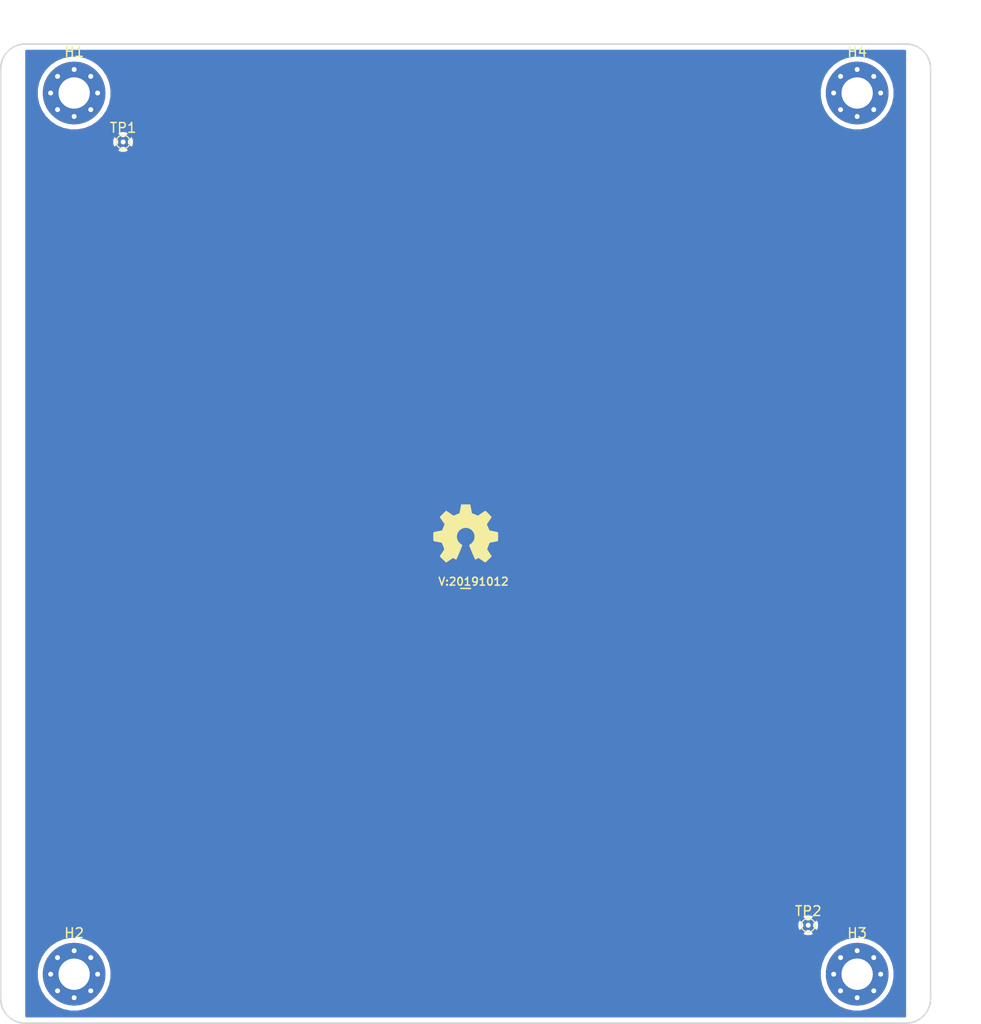
<source format=kicad_pcb>
(kicad_pcb (version 20171130) (host pcbnew 5.1.4-e60b266~84~ubuntu18.04.1)

  (general
    (thickness 1.6)
    (drawings 10)
    (tracks 0)
    (zones 0)
    (modules 8)
    (nets 2)
  )

  (page A4)
  (layers
    (0 F.Cu signal)
    (31 B.Cu signal)
    (32 B.Adhes user)
    (33 F.Adhes user)
    (34 B.Paste user)
    (35 F.Paste user)
    (36 B.SilkS user)
    (37 F.SilkS user)
    (38 B.Mask user)
    (39 F.Mask user)
    (40 Dwgs.User user)
    (41 Cmts.User user)
    (42 Eco1.User user)
    (43 Eco2.User user)
    (44 Edge.Cuts user)
    (45 Margin user)
    (46 B.CrtYd user)
    (47 F.CrtYd user)
    (48 B.Fab user)
    (49 F.Fab user)
  )

  (setup
    (last_trace_width 0.127)
    (user_trace_width 0.15)
    (user_trace_width 0.2)
    (user_trace_width 0.3)
    (user_trace_width 0.4)
    (user_trace_width 0.6)
    (user_trace_width 1)
    (user_trace_width 1.5)
    (user_trace_width 2)
    (trace_clearance 0.127)
    (zone_clearance 0.508)
    (zone_45_only no)
    (trace_min 0.127)
    (via_size 0.6)
    (via_drill 0.3)
    (via_min_size 0.6)
    (via_min_drill 0.3)
    (user_via 0.6 0.3)
    (user_via 0.65 0.4)
    (user_via 0.75 0.6)
    (user_via 0.95 0.8)
    (user_via 1.3 1)
    (user_via 1.5 1.2)
    (user_via 1.7 1.4)
    (user_via 1.9 1.6)
    (uvia_size 0.6)
    (uvia_drill 0.3)
    (uvias_allowed no)
    (uvia_min_size 0.381)
    (uvia_min_drill 0.254)
    (edge_width 0.15)
    (segment_width 0.2)
    (pcb_text_width 0.3)
    (pcb_text_size 1.5 1.5)
    (mod_edge_width 0.15)
    (mod_text_size 1 1)
    (mod_text_width 0.15)
    (pad_size 1.524 1.524)
    (pad_drill 0.762)
    (pad_to_mask_clearance 0.2)
    (aux_axis_origin 0 0)
    (visible_elements FFFFFF7F)
    (pcbplotparams
      (layerselection 0x00030_80000001)
      (usegerberextensions false)
      (usegerberattributes false)
      (usegerberadvancedattributes false)
      (creategerberjobfile false)
      (excludeedgelayer true)
      (linewidth 0.100000)
      (plotframeref false)
      (viasonmask false)
      (mode 1)
      (useauxorigin false)
      (hpglpennumber 1)
      (hpglpenspeed 20)
      (hpglpendiameter 15.000000)
      (psnegative false)
      (psa4output false)
      (plotreference true)
      (plotvalue true)
      (plotinvisibletext false)
      (padsonsilk false)
      (subtractmaskfromsilk false)
      (outputformat 1)
      (mirror false)
      (drillshape 1)
      (scaleselection 1)
      (outputdirectory ""))
  )

  (net 0 "")
  (net 1 /VSS)

  (net_class Default "This is the default net class."
    (clearance 0.127)
    (trace_width 0.127)
    (via_dia 0.6)
    (via_drill 0.3)
    (uvia_dia 0.6)
    (uvia_drill 0.3)
    (add_net /VSS)
  )

  (module TestPoint:TestPoint_THTPad_D1.0mm_Drill0.5mm (layer F.Cu) (tedit 5A0F774F) (tstamp 5DA18CF0)
    (at 185 140)
    (descr "THT pad as test Point, diameter 1.0mm, hole diameter 0.5mm")
    (tags "test point THT pad")
    (path /5DA18D93)
    (attr virtual)
    (fp_text reference TP2 (at 0 -1.448) (layer F.SilkS)
      (effects (font (size 1 1) (thickness 0.15)))
    )
    (fp_text value testpad (at 0 1.55) (layer F.Fab)
      (effects (font (size 1 1) (thickness 0.15)))
    )
    (fp_circle (center 0 0) (end 0 0.7) (layer F.SilkS) (width 0.12))
    (fp_circle (center 0 0) (end 1 0) (layer F.CrtYd) (width 0.05))
    (fp_text user %R (at 0 -1.45) (layer F.Fab)
      (effects (font (size 1 1) (thickness 0.15)))
    )
    (pad 1 thru_hole circle (at 0 0) (size 1 1) (drill 0.5) (layers *.Cu *.Mask)
      (net 1 /VSS))
  )

  (module TestPoint:TestPoint_THTPad_D1.0mm_Drill0.5mm (layer F.Cu) (tedit 5A0F774F) (tstamp 5DA0A566)
    (at 115 60)
    (descr "THT pad as test Point, diameter 1.0mm, hole diameter 0.5mm")
    (tags "test point THT pad")
    (path /5DA1D0F9)
    (attr virtual)
    (fp_text reference TP1 (at 0 -1.448) (layer F.SilkS)
      (effects (font (size 1 1) (thickness 0.15)))
    )
    (fp_text value testpad (at 0 1.55) (layer F.Fab)
      (effects (font (size 1 1) (thickness 0.15)))
    )
    (fp_circle (center 0 0) (end 0 0.7) (layer F.SilkS) (width 0.12))
    (fp_circle (center 0 0) (end 1 0) (layer F.CrtYd) (width 0.05))
    (fp_text user %R (at 0 -1.45) (layer F.Fab)
      (effects (font (size 1 1) (thickness 0.15)))
    )
    (pad 1 thru_hole circle (at 0 0) (size 1 1) (drill 0.5) (layers *.Cu *.Mask)
      (net 1 /VSS))
  )

  (module MountingHole:MountingHole_3.2mm_M3_Pad_Via (layer F.Cu) (tedit 56DDBCCA) (tstamp 5DA0A11F)
    (at 190 55)
    (descr "Mounting Hole 3.2mm, M3")
    (tags "mounting hole 3.2mm m3")
    (path /5DA10D38)
    (attr virtual)
    (fp_text reference H4 (at 0 -4.2) (layer F.SilkS)
      (effects (font (size 1 1) (thickness 0.15)))
    )
    (fp_text value M3 (at 0 4.2) (layer F.Fab)
      (effects (font (size 1 1) (thickness 0.15)))
    )
    (fp_circle (center 0 0) (end 3.45 0) (layer F.CrtYd) (width 0.05))
    (fp_circle (center 0 0) (end 3.2 0) (layer Cmts.User) (width 0.15))
    (fp_text user %R (at 0.3 0) (layer F.Fab)
      (effects (font (size 1 1) (thickness 0.15)))
    )
    (pad 1 thru_hole circle (at 1.697056 -1.697056) (size 0.8 0.8) (drill 0.5) (layers *.Cu *.Mask))
    (pad 1 thru_hole circle (at 0 -2.4) (size 0.8 0.8) (drill 0.5) (layers *.Cu *.Mask))
    (pad 1 thru_hole circle (at -1.697056 -1.697056) (size 0.8 0.8) (drill 0.5) (layers *.Cu *.Mask))
    (pad 1 thru_hole circle (at -2.4 0) (size 0.8 0.8) (drill 0.5) (layers *.Cu *.Mask))
    (pad 1 thru_hole circle (at -1.697056 1.697056) (size 0.8 0.8) (drill 0.5) (layers *.Cu *.Mask))
    (pad 1 thru_hole circle (at 0 2.4) (size 0.8 0.8) (drill 0.5) (layers *.Cu *.Mask))
    (pad 1 thru_hole circle (at 1.697056 1.697056) (size 0.8 0.8) (drill 0.5) (layers *.Cu *.Mask))
    (pad 1 thru_hole circle (at 2.4 0) (size 0.8 0.8) (drill 0.5) (layers *.Cu *.Mask))
    (pad 1 thru_hole circle (at 0 0) (size 6.4 6.4) (drill 3.2) (layers *.Cu *.Mask))
  )

  (module MountingHole:MountingHole_3.2mm_M3_Pad_Via (layer F.Cu) (tedit 56DDBCCA) (tstamp 5DA0A10F)
    (at 190 145)
    (descr "Mounting Hole 3.2mm, M3")
    (tags "mounting hole 3.2mm m3")
    (path /5DA10A6A)
    (attr virtual)
    (fp_text reference H3 (at 0 -4.2) (layer F.SilkS)
      (effects (font (size 1 1) (thickness 0.15)))
    )
    (fp_text value M3 (at 0 4.2) (layer F.Fab)
      (effects (font (size 1 1) (thickness 0.15)))
    )
    (fp_circle (center 0 0) (end 3.45 0) (layer F.CrtYd) (width 0.05))
    (fp_circle (center 0 0) (end 3.2 0) (layer Cmts.User) (width 0.15))
    (fp_text user %R (at 0.3 0) (layer F.Fab)
      (effects (font (size 1 1) (thickness 0.15)))
    )
    (pad 1 thru_hole circle (at 1.697056 -1.697056) (size 0.8 0.8) (drill 0.5) (layers *.Cu *.Mask))
    (pad 1 thru_hole circle (at 0 -2.4) (size 0.8 0.8) (drill 0.5) (layers *.Cu *.Mask))
    (pad 1 thru_hole circle (at -1.697056 -1.697056) (size 0.8 0.8) (drill 0.5) (layers *.Cu *.Mask))
    (pad 1 thru_hole circle (at -2.4 0) (size 0.8 0.8) (drill 0.5) (layers *.Cu *.Mask))
    (pad 1 thru_hole circle (at -1.697056 1.697056) (size 0.8 0.8) (drill 0.5) (layers *.Cu *.Mask))
    (pad 1 thru_hole circle (at 0 2.4) (size 0.8 0.8) (drill 0.5) (layers *.Cu *.Mask))
    (pad 1 thru_hole circle (at 1.697056 1.697056) (size 0.8 0.8) (drill 0.5) (layers *.Cu *.Mask))
    (pad 1 thru_hole circle (at 2.4 0) (size 0.8 0.8) (drill 0.5) (layers *.Cu *.Mask))
    (pad 1 thru_hole circle (at 0 0) (size 6.4 6.4) (drill 3.2) (layers *.Cu *.Mask))
  )

  (module MountingHole:MountingHole_3.2mm_M3_Pad_Via (layer F.Cu) (tedit 56DDBCCA) (tstamp 5DA0A0FF)
    (at 110 145)
    (descr "Mounting Hole 3.2mm, M3")
    (tags "mounting hole 3.2mm m3")
    (path /5DA1023A)
    (attr virtual)
    (fp_text reference H2 (at 0 -4.2) (layer F.SilkS)
      (effects (font (size 1 1) (thickness 0.15)))
    )
    (fp_text value M3 (at 0 4.2) (layer F.Fab)
      (effects (font (size 1 1) (thickness 0.15)))
    )
    (fp_circle (center 0 0) (end 3.45 0) (layer F.CrtYd) (width 0.05))
    (fp_circle (center 0 0) (end 3.2 0) (layer Cmts.User) (width 0.15))
    (fp_text user %R (at 0.3 0) (layer F.Fab)
      (effects (font (size 1 1) (thickness 0.15)))
    )
    (pad 1 thru_hole circle (at 1.697056 -1.697056) (size 0.8 0.8) (drill 0.5) (layers *.Cu *.Mask))
    (pad 1 thru_hole circle (at 0 -2.4) (size 0.8 0.8) (drill 0.5) (layers *.Cu *.Mask))
    (pad 1 thru_hole circle (at -1.697056 -1.697056) (size 0.8 0.8) (drill 0.5) (layers *.Cu *.Mask))
    (pad 1 thru_hole circle (at -2.4 0) (size 0.8 0.8) (drill 0.5) (layers *.Cu *.Mask))
    (pad 1 thru_hole circle (at -1.697056 1.697056) (size 0.8 0.8) (drill 0.5) (layers *.Cu *.Mask))
    (pad 1 thru_hole circle (at 0 2.4) (size 0.8 0.8) (drill 0.5) (layers *.Cu *.Mask))
    (pad 1 thru_hole circle (at 1.697056 1.697056) (size 0.8 0.8) (drill 0.5) (layers *.Cu *.Mask))
    (pad 1 thru_hole circle (at 2.4 0) (size 0.8 0.8) (drill 0.5) (layers *.Cu *.Mask))
    (pad 1 thru_hole circle (at 0 0) (size 6.4 6.4) (drill 3.2) (layers *.Cu *.Mask))
  )

  (module MountingHole:MountingHole_3.2mm_M3_Pad_Via (layer F.Cu) (tedit 56DDBCCA) (tstamp 5DA0A0EF)
    (at 110 55)
    (descr "Mounting Hole 3.2mm, M3")
    (tags "mounting hole 3.2mm m3")
    (path /5DA0D902)
    (attr virtual)
    (fp_text reference H1 (at 0 -4.2) (layer F.SilkS)
      (effects (font (size 1 1) (thickness 0.15)))
    )
    (fp_text value M3 (at 0 4.2) (layer F.Fab)
      (effects (font (size 1 1) (thickness 0.15)))
    )
    (fp_circle (center 0 0) (end 3.45 0) (layer F.CrtYd) (width 0.05))
    (fp_circle (center 0 0) (end 3.2 0) (layer Cmts.User) (width 0.15))
    (fp_text user %R (at 0.3 0) (layer F.Fab)
      (effects (font (size 1 1) (thickness 0.15)))
    )
    (pad 1 thru_hole circle (at 1.697056 -1.697056) (size 0.8 0.8) (drill 0.5) (layers *.Cu *.Mask))
    (pad 1 thru_hole circle (at 0 -2.4) (size 0.8 0.8) (drill 0.5) (layers *.Cu *.Mask))
    (pad 1 thru_hole circle (at -1.697056 -1.697056) (size 0.8 0.8) (drill 0.5) (layers *.Cu *.Mask))
    (pad 1 thru_hole circle (at -2.4 0) (size 0.8 0.8) (drill 0.5) (layers *.Cu *.Mask))
    (pad 1 thru_hole circle (at -1.697056 1.697056) (size 0.8 0.8) (drill 0.5) (layers *.Cu *.Mask))
    (pad 1 thru_hole circle (at 0 2.4) (size 0.8 0.8) (drill 0.5) (layers *.Cu *.Mask))
    (pad 1 thru_hole circle (at 1.697056 1.697056) (size 0.8 0.8) (drill 0.5) (layers *.Cu *.Mask))
    (pad 1 thru_hole circle (at 2.4 0) (size 0.8 0.8) (drill 0.5) (layers *.Cu *.Mask))
    (pad 1 thru_hole circle (at 0 0) (size 6.4 6.4) (drill 3.2) (layers *.Cu *.Mask))
  )

  (module SquantorLabels:Label_Generic (layer F.Cu) (tedit 5D8A7D4C) (tstamp 5DA09EAE)
    (at 150 105)
    (descr "Label for general purpose use")
    (tags Label)
    (path /5DA0A665)
    (attr smd)
    (fp_text reference N2 (at 0 1.85) (layer F.Fab) hide
      (effects (font (size 1 1) (thickness 0.15)))
    )
    (fp_text value V:20191012 (at 0.8 -0.1) (layer F.SilkS)
      (effects (font (size 0.8 0.8) (thickness 0.15)))
    )
    (fp_line (start -0.5 0.6) (end 0.5 0.6) (layer F.SilkS) (width 0.15))
  )

  (module Symbols:OSHW-Symbol_6.7x6mm_SilkScreen (layer F.Cu) (tedit 0) (tstamp 5A135134)
    (at 150 100)
    (descr "Open Source Hardware Symbol")
    (tags "Logo Symbol OSHW")
    (path /5A135869)
    (attr virtual)
    (fp_text reference N1 (at 0 0) (layer F.SilkS) hide
      (effects (font (size 1 1) (thickness 0.15)))
    )
    (fp_text value OHWLOGO (at 0.75 0) (layer F.Fab) hide
      (effects (font (size 1 1) (thickness 0.15)))
    )
    (fp_poly (pts (xy 0.555814 -2.531069) (xy 0.639635 -2.086445) (xy 0.94892 -1.958947) (xy 1.258206 -1.831449)
      (xy 1.629246 -2.083754) (xy 1.733157 -2.154004) (xy 1.827087 -2.216728) (xy 1.906652 -2.269062)
      (xy 1.96747 -2.308143) (xy 2.005157 -2.331107) (xy 2.015421 -2.336058) (xy 2.03391 -2.323324)
      (xy 2.07342 -2.288118) (xy 2.129522 -2.234938) (xy 2.197787 -2.168282) (xy 2.273786 -2.092646)
      (xy 2.353092 -2.012528) (xy 2.431275 -1.932426) (xy 2.503907 -1.856836) (xy 2.566559 -1.790255)
      (xy 2.614803 -1.737182) (xy 2.64421 -1.702113) (xy 2.651241 -1.690377) (xy 2.641123 -1.66874)
      (xy 2.612759 -1.621338) (xy 2.569129 -1.552807) (xy 2.513218 -1.467785) (xy 2.448006 -1.370907)
      (xy 2.410219 -1.31565) (xy 2.341343 -1.214752) (xy 2.28014 -1.123701) (xy 2.229578 -1.04703)
      (xy 2.192628 -0.989272) (xy 2.172258 -0.954957) (xy 2.169197 -0.947746) (xy 2.176136 -0.927252)
      (xy 2.195051 -0.879487) (xy 2.223087 -0.811168) (xy 2.257391 -0.729011) (xy 2.295109 -0.63973)
      (xy 2.333387 -0.550042) (xy 2.36937 -0.466662) (xy 2.400206 -0.396306) (xy 2.423039 -0.34569)
      (xy 2.435017 -0.321529) (xy 2.435724 -0.320578) (xy 2.454531 -0.315964) (xy 2.504618 -0.305672)
      (xy 2.580793 -0.290713) (xy 2.677865 -0.272099) (xy 2.790643 -0.250841) (xy 2.856442 -0.238582)
      (xy 2.97695 -0.215638) (xy 3.085797 -0.193805) (xy 3.177476 -0.174278) (xy 3.246481 -0.158252)
      (xy 3.287304 -0.146921) (xy 3.295511 -0.143326) (xy 3.303548 -0.118994) (xy 3.310033 -0.064041)
      (xy 3.31497 0.015108) (xy 3.318364 0.112026) (xy 3.320218 0.220287) (xy 3.320538 0.333465)
      (xy 3.319327 0.445135) (xy 3.31659 0.548868) (xy 3.312331 0.638241) (xy 3.306555 0.706826)
      (xy 3.299267 0.748197) (xy 3.294895 0.75681) (xy 3.268764 0.767133) (xy 3.213393 0.781892)
      (xy 3.136107 0.799352) (xy 3.04423 0.81778) (xy 3.012158 0.823741) (xy 2.857524 0.852066)
      (xy 2.735375 0.874876) (xy 2.641673 0.89308) (xy 2.572384 0.907583) (xy 2.523471 0.919292)
      (xy 2.490897 0.929115) (xy 2.470628 0.937956) (xy 2.458626 0.946724) (xy 2.456947 0.948457)
      (xy 2.440184 0.976371) (xy 2.414614 1.030695) (xy 2.382788 1.104777) (xy 2.34726 1.191965)
      (xy 2.310583 1.285608) (xy 2.275311 1.379052) (xy 2.243996 1.465647) (xy 2.219193 1.53874)
      (xy 2.203454 1.591678) (xy 2.199332 1.617811) (xy 2.199676 1.618726) (xy 2.213641 1.640086)
      (xy 2.245322 1.687084) (xy 2.291391 1.754827) (xy 2.348518 1.838423) (xy 2.413373 1.932982)
      (xy 2.431843 1.959854) (xy 2.497699 2.057275) (xy 2.55565 2.146163) (xy 2.602538 2.221412)
      (xy 2.635207 2.27792) (xy 2.6505 2.310581) (xy 2.651241 2.314593) (xy 2.638392 2.335684)
      (xy 2.602888 2.377464) (xy 2.549293 2.435445) (xy 2.482171 2.505135) (xy 2.406087 2.582045)
      (xy 2.325604 2.661683) (xy 2.245287 2.739561) (xy 2.169699 2.811186) (xy 2.103405 2.87207)
      (xy 2.050969 2.917721) (xy 2.016955 2.94365) (xy 2.007545 2.947883) (xy 1.985643 2.937912)
      (xy 1.9408 2.91102) (xy 1.880321 2.871736) (xy 1.833789 2.840117) (xy 1.749475 2.782098)
      (xy 1.649626 2.713784) (xy 1.549473 2.645579) (xy 1.495627 2.609075) (xy 1.313371 2.4858)
      (xy 1.160381 2.56852) (xy 1.090682 2.604759) (xy 1.031414 2.632926) (xy 0.991311 2.648991)
      (xy 0.981103 2.651226) (xy 0.968829 2.634722) (xy 0.944613 2.588082) (xy 0.910263 2.515609)
      (xy 0.867588 2.421606) (xy 0.818394 2.310374) (xy 0.76449 2.186215) (xy 0.707684 2.053432)
      (xy 0.649782 1.916327) (xy 0.592593 1.779202) (xy 0.537924 1.646358) (xy 0.487584 1.522098)
      (xy 0.44338 1.410725) (xy 0.407119 1.316539) (xy 0.380609 1.243844) (xy 0.365658 1.196941)
      (xy 0.363254 1.180833) (xy 0.382311 1.160286) (xy 0.424036 1.126933) (xy 0.479706 1.087702)
      (xy 0.484378 1.084599) (xy 0.628264 0.969423) (xy 0.744283 0.835053) (xy 0.83143 0.685784)
      (xy 0.888699 0.525913) (xy 0.915086 0.359737) (xy 0.909585 0.191552) (xy 0.87119 0.025655)
      (xy 0.798895 -0.133658) (xy 0.777626 -0.168513) (xy 0.666996 -0.309263) (xy 0.536302 -0.422286)
      (xy 0.390064 -0.506997) (xy 0.232808 -0.562806) (xy 0.069057 -0.589126) (xy -0.096667 -0.58537)
      (xy -0.259838 -0.55095) (xy -0.415935 -0.485277) (xy -0.560433 -0.387765) (xy -0.605131 -0.348187)
      (xy -0.718888 -0.224297) (xy -0.801782 -0.093876) (xy -0.858644 0.052315) (xy -0.890313 0.197088)
      (xy -0.898131 0.35986) (xy -0.872062 0.52344) (xy -0.814755 0.682298) (xy -0.728856 0.830906)
      (xy -0.617014 0.963735) (xy -0.481877 1.075256) (xy -0.464117 1.087011) (xy -0.40785 1.125508)
      (xy -0.365077 1.158863) (xy -0.344628 1.18016) (xy -0.344331 1.180833) (xy -0.348721 1.203871)
      (xy -0.366124 1.256157) (xy -0.394732 1.33339) (xy -0.432735 1.431268) (xy -0.478326 1.545491)
      (xy -0.529697 1.671758) (xy -0.585038 1.805767) (xy -0.642542 1.943218) (xy -0.700399 2.079808)
      (xy -0.756802 2.211237) (xy -0.809942 2.333205) (xy -0.85801 2.441409) (xy -0.899199 2.531549)
      (xy -0.931699 2.599323) (xy -0.953703 2.64043) (xy -0.962564 2.651226) (xy -0.98964 2.642819)
      (xy -1.040303 2.620272) (xy -1.105817 2.587613) (xy -1.141841 2.56852) (xy -1.294832 2.4858)
      (xy -1.477088 2.609075) (xy -1.570125 2.672228) (xy -1.671985 2.741727) (xy -1.767438 2.807165)
      (xy -1.81525 2.840117) (xy -1.882495 2.885273) (xy -1.939436 2.921057) (xy -1.978646 2.942938)
      (xy -1.991381 2.947563) (xy -2.009917 2.935085) (xy -2.050941 2.900252) (xy -2.110475 2.846678)
      (xy -2.184542 2.777983) (xy -2.269165 2.697781) (xy -2.322685 2.646286) (xy -2.416319 2.554286)
      (xy -2.497241 2.471999) (xy -2.562177 2.402945) (xy -2.607858 2.350644) (xy -2.631011 2.318616)
      (xy -2.633232 2.312116) (xy -2.622924 2.287394) (xy -2.594439 2.237405) (xy -2.550937 2.167212)
      (xy -2.495577 2.081875) (xy -2.43152 1.986456) (xy -2.413303 1.959854) (xy -2.346927 1.863167)
      (xy -2.287378 1.776117) (xy -2.237984 1.703595) (xy -2.202075 1.650493) (xy -2.182981 1.621703)
      (xy -2.181136 1.618726) (xy -2.183895 1.595782) (xy -2.198538 1.545336) (xy -2.222513 1.474041)
      (xy -2.253266 1.388547) (xy -2.288244 1.295507) (xy -2.324893 1.201574) (xy -2.360661 1.113399)
      (xy -2.392994 1.037634) (xy -2.419338 0.980931) (xy -2.437142 0.949943) (xy -2.438407 0.948457)
      (xy -2.449294 0.939601) (xy -2.467682 0.930843) (xy -2.497606 0.921277) (xy -2.543103 0.909996)
      (xy -2.608209 0.896093) (xy -2.696961 0.878663) (xy -2.813393 0.856798) (xy -2.961542 0.829591)
      (xy -2.993618 0.823741) (xy -3.088686 0.805374) (xy -3.171565 0.787405) (xy -3.23493 0.771569)
      (xy -3.271458 0.7596) (xy -3.276356 0.75681) (xy -3.284427 0.732072) (xy -3.290987 0.67679)
      (xy -3.296033 0.597389) (xy -3.299559 0.500296) (xy -3.301561 0.391938) (xy -3.302036 0.27874)
      (xy -3.300977 0.167128) (xy -3.298382 0.063529) (xy -3.294246 -0.025632) (xy -3.288563 -0.093928)
      (xy -3.281331 -0.134934) (xy -3.276971 -0.143326) (xy -3.252698 -0.151792) (xy -3.197426 -0.165565)
      (xy -3.116662 -0.18345) (xy -3.015912 -0.204252) (xy -2.900683 -0.226777) (xy -2.837902 -0.238582)
      (xy -2.718787 -0.260849) (xy -2.612565 -0.281021) (xy -2.524427 -0.298085) (xy -2.459566 -0.311031)
      (xy -2.423174 -0.318845) (xy -2.417184 -0.320578) (xy -2.407061 -0.34011) (xy -2.385662 -0.387157)
      (xy -2.355839 -0.454997) (xy -2.320445 -0.536909) (xy -2.282332 -0.626172) (xy -2.244353 -0.716065)
      (xy -2.20936 -0.799865) (xy -2.180206 -0.870853) (xy -2.159743 -0.922306) (xy -2.150823 -0.947503)
      (xy -2.150657 -0.948604) (xy -2.160769 -0.968481) (xy -2.189117 -1.014223) (xy -2.232723 -1.081283)
      (xy -2.288606 -1.165116) (xy -2.353787 -1.261174) (xy -2.391679 -1.31635) (xy -2.460725 -1.417519)
      (xy -2.52205 -1.50937) (xy -2.572663 -1.587256) (xy -2.609571 -1.646531) (xy -2.629782 -1.682549)
      (xy -2.632701 -1.690623) (xy -2.620153 -1.709416) (xy -2.585463 -1.749543) (xy -2.533063 -1.806507)
      (xy -2.467384 -1.875815) (xy -2.392856 -1.952969) (xy -2.313913 -2.033475) (xy -2.234983 -2.112837)
      (xy -2.1605 -2.18656) (xy -2.094894 -2.250148) (xy -2.042596 -2.299106) (xy -2.008039 -2.328939)
      (xy -1.996478 -2.336058) (xy -1.977654 -2.326047) (xy -1.932631 -2.297922) (xy -1.865787 -2.254546)
      (xy -1.781499 -2.198782) (xy -1.684144 -2.133494) (xy -1.610707 -2.083754) (xy -1.239667 -1.831449)
      (xy -0.621095 -2.086445) (xy -0.537275 -2.531069) (xy -0.453454 -2.975693) (xy 0.471994 -2.975693)
      (xy 0.555814 -2.531069)) (layer F.SilkS) (width 0.01))
  )

  (gr_arc (start 105 147.5) (end 102.5 147.5) (angle -90) (layer Edge.Cuts) (width 0.15))
  (gr_arc (start 195 147.5) (end 195 150) (angle -90) (layer Edge.Cuts) (width 0.15))
  (gr_arc (start 195 52.5) (end 197.5 52.5) (angle -90) (layer Edge.Cuts) (width 0.15))
  (gr_arc (start 105 52.5) (end 105 50) (angle -90) (layer Edge.Cuts) (width 0.15))
  (dimension 95 (width 0.15) (layer Dwgs.User)
    (gr_text "95,000 mm" (at 150 46.2) (layer Dwgs.User)
      (effects (font (size 1 1) (thickness 0.15)))
    )
    (feature1 (pts (xy 197.5 52.5) (xy 197.5 46.913579)))
    (feature2 (pts (xy 102.5 52.5) (xy 102.5 46.913579)))
    (crossbar (pts (xy 102.5 47.5) (xy 197.5 47.5)))
    (arrow1a (pts (xy 197.5 47.5) (xy 196.373496 48.086421)))
    (arrow1b (pts (xy 197.5 47.5) (xy 196.373496 46.913579)))
    (arrow2a (pts (xy 102.5 47.5) (xy 103.626504 48.086421)))
    (arrow2b (pts (xy 102.5 47.5) (xy 103.626504 46.913579)))
  )
  (dimension 100 (width 0.15) (layer Dwgs.User)
    (gr_text "100,000 mm" (at 201.3 100 270) (layer Dwgs.User)
      (effects (font (size 1 1) (thickness 0.15)))
    )
    (feature1 (pts (xy 197.5 150) (xy 200.586421 150)))
    (feature2 (pts (xy 197.5 50) (xy 200.586421 50)))
    (crossbar (pts (xy 200 50) (xy 200 150)))
    (arrow1a (pts (xy 200 150) (xy 199.413579 148.873496)))
    (arrow1b (pts (xy 200 150) (xy 200.586421 148.873496)))
    (arrow2a (pts (xy 200 50) (xy 199.413579 51.126504)))
    (arrow2b (pts (xy 200 50) (xy 200.586421 51.126504)))
  )
  (gr_line (start 197.5 52.5) (end 197.5 147.5) (layer Edge.Cuts) (width 0.15))
  (gr_line (start 102.5 147.5) (end 102.5 52.5) (layer Edge.Cuts) (width 0.15) (tstamp 5D4B34C1))
  (gr_line (start 195 150) (end 105 150) (layer Edge.Cuts) (width 0.15))
  (gr_line (start 105 50) (end 195 50) (layer Edge.Cuts) (width 0.15))

  (zone (net 0) (net_name "") (layers F&B.Cu) (tstamp 0) (hatch edge 0.508)
    (connect_pads (clearance 0.508))
    (min_thickness 0.254)
    (keepout (tracks not_allowed) (vias not_allowed) (copperpour not_allowed))
    (fill (arc_segments 32) (thermal_gap 0.508) (thermal_bridge_width 0.508))
    (polygon
      (pts
        (xy 102.5 52.5) (xy 105 50) (xy 105 150) (xy 102.5 147.5)
      )
    )
  )
  (zone (net 0) (net_name "") (layers F&B.Cu) (tstamp 0) (hatch edge 0.508)
    (connect_pads (clearance 0.508))
    (min_thickness 0.254)
    (keepout (tracks not_allowed) (vias not_allowed) (copperpour not_allowed))
    (fill (arc_segments 32) (thermal_gap 0.508) (thermal_bridge_width 0.508))
    (polygon
      (pts
        (xy 197.5 52.5) (xy 195 50) (xy 195 150) (xy 197.5 147.5)
      )
    )
  )
  (zone (net 1) (net_name /VSS) (layer B.Cu) (tstamp 0) (hatch edge 0.508)
    (connect_pads (clearance 0.508))
    (min_thickness 0.254)
    (fill yes (arc_segments 32) (thermal_gap 0.508) (thermal_bridge_width 0.508))
    (polygon
      (pts
        (xy 105 50) (xy 195 50) (xy 195 150) (xy 105 150)
      )
    )
    (filled_polygon
      (pts
        (xy 194.873 149.29) (xy 105.127 149.29) (xy 105.127 144.622285) (xy 106.165 144.622285) (xy 106.165 145.377715)
        (xy 106.312377 146.118628) (xy 106.601467 146.816554) (xy 107.021161 147.44467) (xy 107.55533 147.978839) (xy 108.183446 148.398533)
        (xy 108.881372 148.687623) (xy 109.622285 148.835) (xy 110.377715 148.835) (xy 111.118628 148.687623) (xy 111.816554 148.398533)
        (xy 112.44467 147.978839) (xy 112.978839 147.44467) (xy 113.398533 146.816554) (xy 113.687623 146.118628) (xy 113.835 145.377715)
        (xy 113.835 144.622285) (xy 186.165 144.622285) (xy 186.165 145.377715) (xy 186.312377 146.118628) (xy 186.601467 146.816554)
        (xy 187.021161 147.44467) (xy 187.55533 147.978839) (xy 188.183446 148.398533) (xy 188.881372 148.687623) (xy 189.622285 148.835)
        (xy 190.377715 148.835) (xy 191.118628 148.687623) (xy 191.816554 148.398533) (xy 192.44467 147.978839) (xy 192.978839 147.44467)
        (xy 193.398533 146.816554) (xy 193.687623 146.118628) (xy 193.835 145.377715) (xy 193.835 144.622285) (xy 193.687623 143.881372)
        (xy 193.398533 143.183446) (xy 192.978839 142.55533) (xy 192.44467 142.021161) (xy 191.816554 141.601467) (xy 191.118628 141.312377)
        (xy 190.377715 141.165) (xy 189.622285 141.165) (xy 188.881372 141.312377) (xy 188.183446 141.601467) (xy 187.55533 142.021161)
        (xy 187.021161 142.55533) (xy 186.601467 143.183446) (xy 186.312377 143.881372) (xy 186.165 144.622285) (xy 113.835 144.622285)
        (xy 113.687623 143.881372) (xy 113.398533 143.183446) (xy 112.978839 142.55533) (xy 112.44467 142.021161) (xy 111.816554 141.601467)
        (xy 111.118628 141.312377) (xy 110.377715 141.165) (xy 109.622285 141.165) (xy 108.881372 141.312377) (xy 108.183446 141.601467)
        (xy 107.55533 142.021161) (xy 107.021161 142.55533) (xy 106.601467 143.183446) (xy 106.312377 143.881372) (xy 106.165 144.622285)
        (xy 105.127 144.622285) (xy 105.127 140.778166) (xy 184.401439 140.778166) (xy 184.43655 140.991588) (xy 184.640826 141.082458)
        (xy 184.858905 141.131731) (xy 185.082406 141.137511) (xy 185.30274 141.099577) (xy 185.51144 141.019387) (xy 185.56345 140.991588)
        (xy 185.598561 140.778166) (xy 185 140.179605) (xy 184.401439 140.778166) (xy 105.127 140.778166) (xy 105.127 140.082406)
        (xy 183.862489 140.082406) (xy 183.900423 140.30274) (xy 183.980613 140.51144) (xy 184.008412 140.56345) (xy 184.221834 140.598561)
        (xy 184.820395 140) (xy 185.179605 140) (xy 185.778166 140.598561) (xy 185.991588 140.56345) (xy 186.082458 140.359174)
        (xy 186.131731 140.141095) (xy 186.137511 139.917594) (xy 186.099577 139.69726) (xy 186.019387 139.48856) (xy 185.991588 139.43655)
        (xy 185.778166 139.401439) (xy 185.179605 140) (xy 184.820395 140) (xy 184.221834 139.401439) (xy 184.008412 139.43655)
        (xy 183.917542 139.640826) (xy 183.868269 139.858905) (xy 183.862489 140.082406) (xy 105.127 140.082406) (xy 105.127 139.221834)
        (xy 184.401439 139.221834) (xy 185 139.820395) (xy 185.598561 139.221834) (xy 185.56345 139.008412) (xy 185.359174 138.917542)
        (xy 185.141095 138.868269) (xy 184.917594 138.862489) (xy 184.69726 138.900423) (xy 184.48856 138.980613) (xy 184.43655 139.008412)
        (xy 184.401439 139.221834) (xy 105.127 139.221834) (xy 105.127 60.778166) (xy 114.401439 60.778166) (xy 114.43655 60.991588)
        (xy 114.640826 61.082458) (xy 114.858905 61.131731) (xy 115.082406 61.137511) (xy 115.30274 61.099577) (xy 115.51144 61.019387)
        (xy 115.56345 60.991588) (xy 115.598561 60.778166) (xy 115 60.179605) (xy 114.401439 60.778166) (xy 105.127 60.778166)
        (xy 105.127 60.082406) (xy 113.862489 60.082406) (xy 113.900423 60.30274) (xy 113.980613 60.51144) (xy 114.008412 60.56345)
        (xy 114.221834 60.598561) (xy 114.820395 60) (xy 115.179605 60) (xy 115.778166 60.598561) (xy 115.991588 60.56345)
        (xy 116.082458 60.359174) (xy 116.131731 60.141095) (xy 116.137511 59.917594) (xy 116.099577 59.69726) (xy 116.019387 59.48856)
        (xy 115.991588 59.43655) (xy 115.778166 59.401439) (xy 115.179605 60) (xy 114.820395 60) (xy 114.221834 59.401439)
        (xy 114.008412 59.43655) (xy 113.917542 59.640826) (xy 113.868269 59.858905) (xy 113.862489 60.082406) (xy 105.127 60.082406)
        (xy 105.127 59.221834) (xy 114.401439 59.221834) (xy 115 59.820395) (xy 115.598561 59.221834) (xy 115.56345 59.008412)
        (xy 115.359174 58.917542) (xy 115.141095 58.868269) (xy 114.917594 58.862489) (xy 114.69726 58.900423) (xy 114.48856 58.980613)
        (xy 114.43655 59.008412) (xy 114.401439 59.221834) (xy 105.127 59.221834) (xy 105.127 54.622285) (xy 106.165 54.622285)
        (xy 106.165 55.377715) (xy 106.312377 56.118628) (xy 106.601467 56.816554) (xy 107.021161 57.44467) (xy 107.55533 57.978839)
        (xy 108.183446 58.398533) (xy 108.881372 58.687623) (xy 109.622285 58.835) (xy 110.377715 58.835) (xy 111.118628 58.687623)
        (xy 111.816554 58.398533) (xy 112.44467 57.978839) (xy 112.978839 57.44467) (xy 113.398533 56.816554) (xy 113.687623 56.118628)
        (xy 113.835 55.377715) (xy 113.835 54.622285) (xy 186.165 54.622285) (xy 186.165 55.377715) (xy 186.312377 56.118628)
        (xy 186.601467 56.816554) (xy 187.021161 57.44467) (xy 187.55533 57.978839) (xy 188.183446 58.398533) (xy 188.881372 58.687623)
        (xy 189.622285 58.835) (xy 190.377715 58.835) (xy 191.118628 58.687623) (xy 191.816554 58.398533) (xy 192.44467 57.978839)
        (xy 192.978839 57.44467) (xy 193.398533 56.816554) (xy 193.687623 56.118628) (xy 193.835 55.377715) (xy 193.835 54.622285)
        (xy 193.687623 53.881372) (xy 193.398533 53.183446) (xy 192.978839 52.55533) (xy 192.44467 52.021161) (xy 191.816554 51.601467)
        (xy 191.118628 51.312377) (xy 190.377715 51.165) (xy 189.622285 51.165) (xy 188.881372 51.312377) (xy 188.183446 51.601467)
        (xy 187.55533 52.021161) (xy 187.021161 52.55533) (xy 186.601467 53.183446) (xy 186.312377 53.881372) (xy 186.165 54.622285)
        (xy 113.835 54.622285) (xy 113.687623 53.881372) (xy 113.398533 53.183446) (xy 112.978839 52.55533) (xy 112.44467 52.021161)
        (xy 111.816554 51.601467) (xy 111.118628 51.312377) (xy 110.377715 51.165) (xy 109.622285 51.165) (xy 108.881372 51.312377)
        (xy 108.183446 51.601467) (xy 107.55533 52.021161) (xy 107.021161 52.55533) (xy 106.601467 53.183446) (xy 106.312377 53.881372)
        (xy 106.165 54.622285) (xy 105.127 54.622285) (xy 105.127 50.71) (xy 194.873 50.71)
      )
    )
  )
)

</source>
